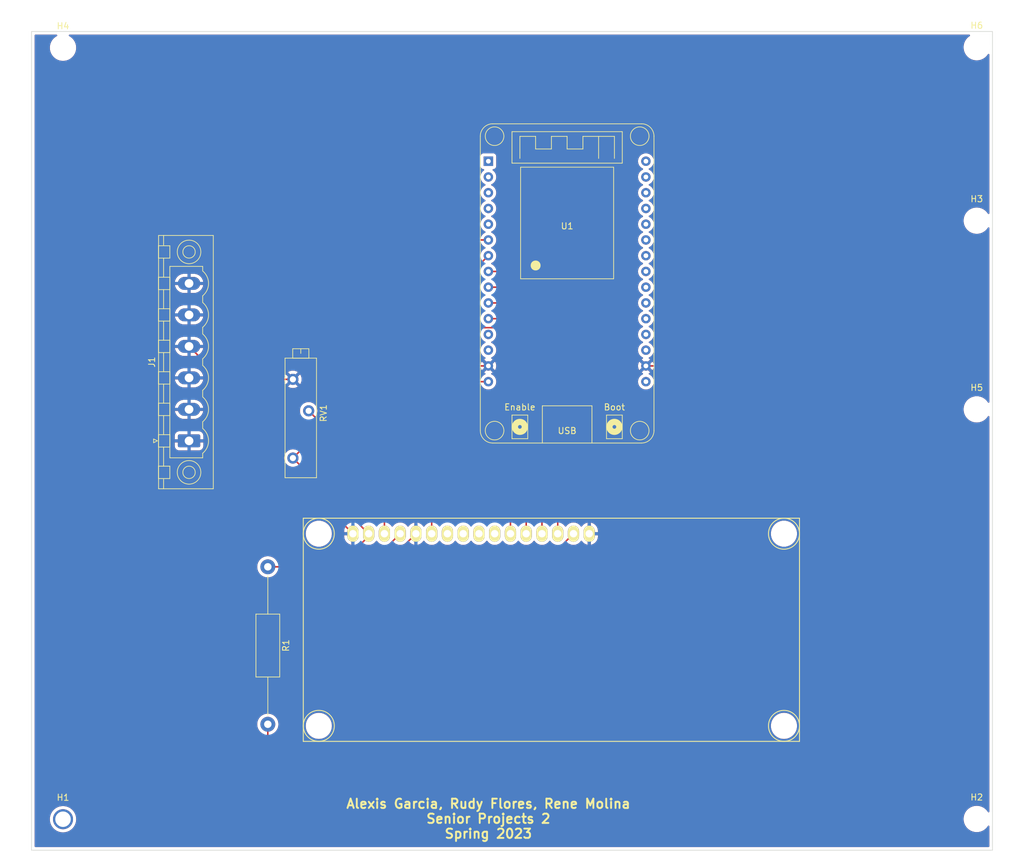
<source format=kicad_pcb>
(kicad_pcb (version 20211014) (generator pcbnew)
  (layers (0 "F.Cu" signal) (31 "B.Cu" signal) (34 "B.Paste" user) (35 "F.Paste" user) (36 "B.SilkS" user "B.Silkscreen") (37 "F.SilkS" user "F.Silkscreen") (38 "B.Mask" user) (39 "F.Mask" user) (44 "Edge.Cuts" user))
  (net 0 "")
  (net 1 "D34")
  (net 2 "VIN")
  (net 3 "D35")
  (net 4 "D32")
  (net 5 "D33")
  (net 6 "D25")
  (net 7 "D26")
  (net 8 "D27")
  (net 9 "D14")
  (net 10 "GND")
  (net 11 "D23")
  (net 12 "D22")
  (net 13 "D21")
  (net 14 "D19")
  (net 15 "D18")
  (net 17 "EN")
  (net 18 "VP")
  (net 19 "VN")
  (net 20 "D12")
  (net 21 "TX2")
  (net 22 "RX2")
  (net 23 "D13")
  (net 24 "D15")
  (net 25 "3V3")
  (net 26 "D2")
  (net 27 "D4")
  (net 28 "Net-(J2-Pad15)")
  (net 29 "D5")
  (net 30 "RX0")
  (net 32 "TX0")
  (net 35 "Net-(J2-Pad3)")
  (footprint "Potentiometer_THT:Potentiometer_Bourns_3006P_Horizontal" (layer "F.Cu") (at 72.625 94.215 -90)
    (fp_text reference "RV1" (at -7.235 -4.935 90) (layer "F.SilkS"))
    (fp_text value "R_Potentiometer_Trim")
    (fp_line (start -17.64 0.03) (end -16.121 0.03) (layer "F.SilkS") (width 0.12))
    (fp_line (start -16.12 -3.805) (end 3.17 -3.805) (layer "F.SilkS") (width 0.12))
    (fp_line (start -17.64 -2.569) (end -17.64 0.03) (layer "F.SilkS") (width 0.12))
    (fp_line (start -16.121 -2.569) (end -16.121 0.03) (layer "F.SilkS") (width 0.12))
    (fp_line (start -17.64 -2.569) (end -16.121 -2.569) (layer "F.SilkS") (width 0.12))
    (fp_line (start -16.12 -3.805) (end -16.12 1.265) (layer "F.SilkS") (width 0.12))
    (fp_line (start 3.17 -3.805) (end 3.17 1.265) (layer "F.SilkS") (width 0.12))
    (fp_line (start -17.64 -1.27) (end -16.881 -1.27) (layer "F.SilkS") (width 0.12))
    (fp_line (start -16.12 1.265) (end 3.17 1.265) (layer "F.SilkS") (width 0.12))
    (pad "1" thru_hole circle (at 0 0 270) (size 1.8 1.8) (drill 1) (layers *.Cu *.Mask) (net 2 "VIN"))
    (pad "2" thru_hole circle (at -7.62 -2.54 270) (size 1.8 1.8) (drill 1) (layers *.Cu *.Mask) (net 35 "Net-(J2-Pad3)"))
    (pad "3" thru_hole circle (at -12.7 0 270) (size 1.8 1.8) (drill 1) (layers *.Cu *.Mask) (net 10 "GND"))
  )
  (footprint "Connector_Phoenix_MSTB:PhoenixContact_MSTBV_2,5_6-GF-5,08_1x06_P5.08mm_Vertical_ThreadedFlange" (layer "F.Cu") (at 55.88 91.44 90)
    (fp_text reference "J1" (at 12.7 -6 90) (layer "F.SilkS"))
    (fp_text value "Screw_Terminal_01x06")
    (fp_line (start -4.08 -3.1) (end -6.08 -3.1) (layer "F.SilkS") (width 0.12))
    (fp_line (start 6.08 -4.1) (end 9.16 -4.1) (layer "F.SilkS") (width 0.12))
    (fp_line (start -4.08 -4.91) (end -4.08 -3.1) (layer "F.SilkS") (width 0.12))
    (fp_line (start 7.08 2.2) (end 8.16 2.2) (layer "F.SilkS") (width 0.12))
    (fp_line (start -1 -3.1) (end -1 -4.91) (layer "F.SilkS") (width 0.12))
    (fp_line (start 28.14 2.2) (end 27.4 2.2) (layer "F.SilkS") (width 0.12))
    (fp_line (start 26.4 -3.1) (end 24.4 -3.1) (layer "F.SilkS") (width 0.12))
    (fp_line (start -4.08 -4.1) (end -1 -4.1) (layer "F.SilkS") (width 0.12))
    (fp_line (start -1 -4.91) (end 1 -4.91) (layer "F.SilkS") (width 0.12))
    (fp_line (start 26.4 -4.1) (end 29.48 -4.1) (layer "F.SilkS") (width 0.12))
    (fp_line (start 14.24 -3.1) (end 14.24 -4.91) (layer "F.SilkS") (width 0.12))
    (fp_line (start 33.13 3.91) (end 33.13 -4.91) (layer "F.SilkS") (width 0.12))
    (fp_line (start 1 -4.91) (end 1 -3.1) (layer "F.SilkS") (width 0.12))
    (fp_line (start -2.74 -3.1) (end 28.14 -3.1) (layer "F.SilkS") (width 0.12))
    (fp_line (start 2 2.2) (end 3.08 2.2) (layer "F.SilkS") (width 0.12))
    (fp_line (start -7.73 3.91) (end 33.13 3.91) (layer "F.SilkS") (width 0.12))
    (fp_line (start 29.48 -3.1) (end 29.48 -4.91) (layer "F.SilkS") (width 0.12))
    (fp_line (start 24.4 -4.91) (end 26.4 -4.91) (layer "F.SilkS") (width 0.12))
    (fp_line (start -6.08 -4.91) (end -4.08 -4.91) (layer "F.SilkS") (width 0.12))
    (fp_line (start 12.16 2.2) (end 13.24 2.2) (layer "F.SilkS") (width 0.12))
    (fp_line (start -7.73 -4.91) (end -7.73 3.91) (layer "F.SilkS") (width 0.12))
    (fp_line (start 28.14 -3.1) (end 28.14 2.2) (layer "F.SilkS") (width 0.12))
    (fp_line (start 17.24 2.2) (end 18.32 2.2) (layer "F.SilkS") (width 0.12))
    (fp_line (start 9.16 -3.1) (end 9.16 -4.91) (layer "F.SilkS") (width 0.12))
    (fp_line (start 11.16 -4.91) (end 11.16 -3.1) (layer "F.SilkS") (width 0.12))
    (fp_line (start 6.08 -4.91) (end 6.08 -3.1) (layer "F.SilkS") (width 0.12))
    (fp_line (start 1 -4.1) (end 4.08 -4.1) (layer "F.SilkS") (width 0.12))
    (fp_line (start 33.13 -4.91) (end -7.73 -4.91) (layer "F.SilkS") (width 0.12))
    (fp_line (start 22.32 2.2) (end 23.4 2.2) (layer "F.SilkS") (width 0.12))
    (fp_line (start 11.16 -4.1) (end 14.24 -4.1) (layer "F.SilkS") (width 0.12))
    (fp_line (start 16.24 -4.1) (end 19.32 -4.1) (layer "F.SilkS") (width 0.12))
    (fp_line (start 16.24 -4.91) (end 16.24 -3.1) (layer "F.SilkS") (width 0.12))
    (fp_line (start 4.08 -3.1) (end 4.08 -4.91) (layer "F.SilkS") (width 0.12))
    (fp_line (start 16.24 -3.1) (end 14.24 -3.1) (layer "F.SilkS") (width 0.12))
    (fp_line (start 19.32 -3.1) (end 19.32 -4.91) (layer "F.SilkS") (width 0.12))
    (fp_line (start 11.16 -3.1) (end 9.16 -3.1) (layer "F.SilkS") (width 0.12))
    (fp_line (start 29.48 -4.91) (end 31.48 -4.91) (layer "F.SilkS") (width 0.12))
    (fp_line (start 24.4 -3.1) (end 24.4 -4.91) (layer "F.SilkS") (width 0.12))
    (fp_line (start -0.3 -5.71) (end 0.3 -5.71) (layer "F.SilkS") (width 0.12))
    (fp_line (start 19.32 -4.91) (end 21.32 -4.91) (layer "F.SilkS") (width 0.12))
    (fp_line (start 0.3 -5.71) (end 0 -5.11) (layer "F.SilkS") (width 0.12))
    (fp_line (start -2.74 2.2) (end -2.74 -3.1) (layer "F.SilkS") (width 0.12))
    (fp_line (start -7.73 -4.1) (end -6.19 -4.1) (layer "F.SilkS") (width 0.12))
    (fp_line (start 31.48 -4.91) (end 31.48 -3.1) (layer "F.SilkS") (width 0.12))
    (fp_line (start 0 -5.11) (end -0.3 -5.71) (layer "F.SilkS") (width 0.12))
    (fp_line (start 26.4 -4.91) (end 26.4 -3.1) (layer "F.SilkS") (width 0.12))
    (fp_line (start -6.08 -3.1) (end -6.08 -4.91) (layer "F.SilkS") (width 0.12))
    (fp_line (start 21.32 -4.1) (end 24.4 -4.1) (layer "F.SilkS") (width 0.12))
    (fp_line (start 21.32 -4.91) (end 21.32 -3.1) (layer "F.SilkS") (width 0.12))
    (fp_line (start 33.13 -4.1) (end 31.59 -4.1) (layer "F.SilkS") (width 0.12))
    (fp_line (start 31.48 -3.1) (end 29.48 -3.1) (layer "F.SilkS") (width 0.12))
    (fp_line (start 4.08 -4.91) (end 6.08 -4.91) (layer "F.SilkS") (width 0.12))
    (fp_line (start 14.24 -4.91) (end 16.24 -4.91) (layer "F.SilkS") (width 0.12))
    (fp_line (start -2 2.2) (end -2.74 2.2) (layer "F.SilkS") (width 0.12))
    (fp_line (start 9.16 -4.91) (end 11.16 -4.91) (layer "F.SilkS") (width 0.12))
    (fp_line (start 6.08 -3.1) (end 4.08 -3.1) (layer "F.SilkS") (width 0.12))
    (fp_line (start 21.32 -3.1) (end 19.32 -3.1) (layer "F.SilkS") (width 0.12))
    (fp_line (start 1 -3.1) (end -1 -3.1) (layer "F.SilkS") (width 0.12))
    (fp_arc (start 22.306842 2.215821) (mid 20.309711 3.142758) (end 18.32 2.2) (layer "F.SilkS") (width 0.12))
    (fp_arc (start 17.226842 2.215821) (mid 15.229711 3.142758) (end 13.24 2.2) (layer "F.SilkS") (width 0.12))
    (fp_arc (start 12.146842 2.215821) (mid 10.149711 3.142758) (end 8.16 2.2) (layer "F.SilkS") (width 0.12))
    (fp_arc (start 27.386842 2.215821) (mid 25.389711 3.142758) (end 23.4 2.2) (layer "F.SilkS") (width 0.12))
    (fp_arc (start 1.986842 2.215821) (mid -0.010289 3.142758) (end -2 2.2) (layer "F.SilkS") (width 0.12))
    (fp_arc (start 7.066842 2.215821) (mid 5.069711 3.142758) (end 3.08 2.2) (layer "F.SilkS") (width 0.12))
    (fp_circle (center 30.48 0) (end 32.38 0) (layer "F.SilkS") (width 0.12) (fill none))
    (fp_circle (center 30.48 0) (end 31.48 0) (layer "F.SilkS") (width 0.12) (fill none))
    (fp_circle (center -5.08 0) (end -4.08 0) (layer "F.SilkS") (width 0.12) (fill none))
    (fp_circle (center -5.08 0) (end -3.18 0) (layer "F.SilkS") (width 0.12) (fill none))
    (pad "1" thru_hole roundrect (at 0 0 90) (size 2.08 3.6) (drill 1.4) (layers *.Cu *.Mask) (roundrect_rratio 0.1201918269) (net 10 "GND"))
    (pad "2" thru_hole oval (at 5.08 0 90) (size 2.08 3.6) (drill 1.4) (layers *.Cu *.Mask) (net 10 "GND"))
    (pad "3" thru_hole oval (at 10.16 0 90) (size 2.08 3.6) (drill 1.4) (layers *.Cu *.Mask) (net 10 "GND"))
    (pad "4" thru_hole oval (at 15.24 0 90) (size 2.08 3.6) (drill 1.4) (layers *.Cu *.Mask) (net 10 "GND"))
    (pad "5" thru_hole oval (at 20.32 0 90) (size 2.08 3.6) (drill 1.4) (layers *.Cu *.Mask) (net 10 "GND"))
    (pad "6" thru_hole oval (at 25.4 0 90) (size 2.08 3.6) (drill 1.4) (layers *.Cu *.Mask) (net 10 "GND"))
  )
  (footprint "MountingHole:MountingHole_2.5mm" (layer "F.Cu") (at 182.88 86.36)
    (fp_text reference "H5" (at 0 -3.5) (layer "F.SilkS"))
    (fp_text value "MountingHole")
    (pad "" np_thru_hole circle (at 0 0) (size 3.23 3.23) (drill 3.23) (layers F&B.Cu *.Mask))
  )
  (footprint "MountingHole:MountingHole_2.5mm" (layer "F.Cu") (at 182.88 55.92)
    (fp_text reference "H3" (at 0 -3.5) (layer "F.SilkS"))
    (fp_text value "MountingHole")
    (pad "" np_thru_hole circle (at 0 0) (size 3.23 3.23) (drill 3.23) (layers F&B.Cu *.Mask))
  )
  (footprint "Wickerlib:LCD-1602A" (layer "F.Cu") (at 82.30108 106.41838)
    (fp_text reference "J2")
    (fp_text value "LCD-MODULE-16X2-CHARACTER-1602A-FEMALE-HEADER" hide)
    (fp_line (start 71.99884 -2.49936) (end 71.99884 33.50006) (layer "F.SilkS") (width 0.15))
    (fp_line (start 71.99884 33.50006) (end -8.001 33.50006) (layer "F.SilkS") (width 0.15))
    (fp_line (start -8.001 33.50006) (end -8.001 -2.49936) (layer "F.SilkS") (width 0.15))
    (fp_line (start -8.001 -2.49936) (end 71.99884 -2.49936) (layer "F.SilkS") (width 0.15))
    (fp_circle (center 69.49948 31.0007) (end 71.99884 31.0007) (layer "F.SilkS") (width 0.15) (fill none))
    (fp_circle (center -5.4991 31.0007) (end -8.001 31.0007) (layer "F.SilkS") (width 0.15) (fill none))
    (fp_circle (center 69.49948 0) (end 71.99884 0) (layer "F.SilkS") (width 0.15) (fill none))
    (fp_circle (center -5.4991 0) (end -2.99974 0) (layer "F.SilkS") (width 0.15) (fill none))
    (pad "" np_thru_hole circle locked (at -5.4991 31.0007) (size 3.2 3.2) (drill 3.2) (layers *.Cu))
    (pad "" np_thru_hole circle locked (at 69.49948 31.0007) (size 3.2 3.2) (drill 3.2) (layers *.Cu))
    (pad "" np_thru_hole circle locked (at 69.49948 0) (size 3.2 3.2) (drill 3.2) (layers *.Cu))
    (pad "" np_thru_hole circle locked (at -5.4991 0) (size 3.2 3.2) (drill 3.2) (layers *.Cu))
    (pad "1" thru_hole oval locked (at 0 0) (size 1.8 2.6) (drill 1.2) (layers *.Cu *.Mask "F.SilkS") (net 10 "GND"))
    (pad "2" thru_hole oval locked (at 2.54 0) (size 1.8 2.6) (drill 1.2) (layers *.Cu *.Mask "F.SilkS") (net 2 "VIN"))
    (pad "3" thru_hole oval locked (at 5.08 0) (size 1.8 2.6) (drill 1.2) (layers *.Cu *.Mask "F.SilkS") (net 35 "Net-(J2-Pad3)"))
    (pad "4" thru_hole oval locked (at 7.62 0) (size 1.8 2.6) (drill 1.2) (layers *.Cu *.Mask "F.SilkS") (net 4 "D32"))
    (pad "5" thru_hole oval locked (at 10.16 0) (size 1.8 2.6) (drill 1.2) (layers *.Cu *.Mask "F.SilkS") (net 10 "GND"))
    (pad "6" thru_hole oval locked (at 12.7 0) (size 1.8 2.6) (drill 1.2) (layers *.Cu *.Mask "F.SilkS") (net 5 "D33"))
    (pad "7" thru_hole oval locked (at 15.24 0) (size 1.8 2.6) (drill 1.2) (layers *.Cu *.Mask "F.SilkS"))
    (pad "8" thru_hole oval locked (at 17.78 0) (size 1.8 2.6) (drill 1.2) (layers *.Cu *.Mask "F.SilkS"))
    (pad "9" thru_hole oval locked (at 20.32 0) (size 1.8 2.6) (drill 1.2) (layers *.Cu *.Mask "F.SilkS"))
    (pad "10" thru_hole oval locked (at 22.86 0) (size 1.8 2.6) (drill 1.2) (layers *.Cu *.Mask "F.SilkS"))
    (pad "11" thru_hole oval locked (at 25.4 0) (size 1.8 2.6) (drill 1.2) (layers *.Cu *.Mask "F.SilkS") (net 9 "D14"))
    (pad "12" thru_hole oval locked (at 27.94 0) (size 1.8 2.6) (drill 1.2) (layers *.Cu *.Mask "F.SilkS") (net 8 "D27"))
    (pad "13" thru_hole oval locked (at 30.48 0) (size 1.8 2.6) (drill 1.2) (layers *.Cu *.Mask "F.SilkS") (net 7 "D26"))
    (pad "14" thru_hole oval locked (at 33.02 0) (size 1.8 2.6) (drill 1.2) (layers *.Cu *.Mask "F.SilkS") (net 6 "D25"))
    (pad "15" thru_hole oval locked (at 35.56 0) (size 1.8 2.6) (drill 1.2) (layers *.Cu *.Mask "F.SilkS") (net 28 "Net-(J2-Pad15)"))
    (pad "16" thru_hole oval locked (at 38.1 0) (size 1.8 2.6) (drill 1.2) (layers *.Cu *.Mask "F.SilkS") (net 10 "GND"))
  )
  (footprint "MountingHole:MountingHole_2.5mm" (layer "F.Cu") (at 35.56 152.48)
    (fp_text reference "H1" (at 0 -3.5) (layer "F.SilkS"))
    (fp_text value "MountingHole")
    (pad "" np_thru_hole circle (at 0 0) (size 3.23 3.23) (drill 2.5) (layers F&B.Cu *.Mask))
  )
  (footprint "esp32_patreon:esp32_devkit_v1_doit" (layer "F.Cu") (at 116.84 46.33)
    (fp_text reference "U1" (at 0 10.47) (layer "F.SilkS"))
    (fp_text value "ESP32_DevKit_V1_DOIT")
    (fp_text user "Boot" (at 7.62 39.68) (layer "F.SilkS"))
    (fp_text user "USB" (at 0 43.49) (layer "F.SilkS"))
    (fp_text user "Enable" (at -7.62 39.68) (layer "F.SilkS"))
    (fp_line (start 7.5 18.96) (end -7.5 18.96) (layer "F.SilkS") (width 0.12))
    (fp_line (start 0 -4.008) (end 0 -1.976) (layer "F.SilkS") (width 0.12))
    (fp_line (start -7.5 18.96) (end -7.5 0.96) (layer "F.SilkS") (width 0.12))
    (fp_line (start -8.89 0.31) (end -8.89 -4.77) (layer "F.SilkS") (width 0.12))
    (fp_line (start -6.35 40.95) (end -6.35 44.76) (layer "F.SilkS") (width 0.12))
    (fp_line (start 2.54 -4.008) (end 7.62 -4.008) (layer "F.SilkS") (width 0.12))
    (fp_line (start 5.08 -4.008) (end 5.08 -0.452) (layer "F.SilkS") (width 0.12))
    (fp_line (start 0 -1.976) (end 2.54 -1.976) (layer "F.SilkS") (width 0.12))
    (fp_line (start 14 43.46) (end 14 -4.04) (layer "F.SilkS") (width 0.12))
    (fp_line (start -8.89 40.95) (end -6.35 40.95) (layer "F.SilkS") (width 0.12))
    (fp_line (start -5.08 -1.976) (end -2.54 -1.976) (layer "F.SilkS") (width 0.12))
    (fp_line (start 6.35 44.76) (end 6.35 40.95) (layer "F.SilkS") (width 0.12))
    (fp_line (start -2.54 -4.008) (end 0 -4.008) (layer "F.SilkS") (width 0.12))
    (fp_line (start -4 39.46) (end 4 39.46) (layer "F.SilkS") (width 0.12))
    (fp_line (start -6.35 44.76) (end -8.89 44.76) (layer "F.SilkS") (width 0.12))
    (fp_line (start -12 -6.04) (end 12 -6.04) (layer "F.SilkS") (width 0.12))
    (fp_line (start -4 39.46) (end -4 45.46) (layer "F.SilkS") (width 0.12))
    (fp_line (start -7.62 -0.452) (end -7.62 -4.008) (layer "F.SilkS") (width 0.12))
    (fp_line (start 7.62 -4.008) (end 7.62 -0.452) (layer "F.SilkS") (width 0.12))
    (fp_line (start -8.89 44.76) (end -8.89 40.95) (layer "F.SilkS") (width 0.12))
    (fp_line (start 8.89 40.95) (end 8.89 44.76) (layer "F.SilkS") (width 0.12))
    (fp_line (start -12 45.46) (end 12 45.46) (layer "F.SilkS") (width 0.12))
    (fp_line (start -7.62 -4.008) (end -5.08 -4.008) (layer "F.SilkS") (width 0.12))
    (fp_line (start -7.5 0.96) (end 7.5 0.96) (layer "F.SilkS") (width 0.12))
    (fp_line (start -14 -4.04) (end -14 43.46) (layer "F.SilkS") (width 0.12))
    (fp_line (start 8.89 -4.77) (end 8.89 0.31) (layer "F.SilkS") (width 0.12))
    (fp_line (start -8.89 -4.77) (end 8.89 -4.77) (layer "F.SilkS") (width 0.12))
    (fp_line (start 6.35 40.95) (end 8.89 40.95) (layer "F.SilkS") (width 0.12))
    (fp_line (start 8.89 44.76) (end 6.35 44.76) (layer "F.SilkS") (width 0.12))
    (fp_line (start -2.54 -1.976) (end -2.54 -4.008) (layer "F.SilkS") (width 0.12))
    (fp_line (start -5.08 -4.008) (end -5.08 -1.976) (layer "F.SilkS") (width 0.12))
    (fp_line (start 4 39.46) (end 4 45.46) (layer "F.SilkS") (width 0.12))
    (fp_line (start 7.5 0.96) (end 7.5 18.96) (layer "F.SilkS") (width 0.12))
    (fp_line (start 2.54 -1.976) (end 2.54 -4.008) (layer "F.SilkS") (width 0.12))
    (fp_line (start 8.89 0.31) (end -8.89 0.31) (layer "F.SilkS") (width 0.12))
    (fp_arc (start -14 -4.04) (mid -13.414214 -5.454214) (end -12 -6.04) (layer "F.SilkS") (width 0.12))
    (fp_arc (start -12 45.46) (mid -13.414214 44.874214) (end -14 43.46) (layer "F.SilkS") (width 0.12))
    (fp_arc (start 12 -6.04) (mid 13.414214 -5.454214) (end 14 -4.04) (layer "F.SilkS") (width 0.12))
    (fp_arc (start 14 43.46) (mid 13.414214 44.874214) (end 12 45.46) (layer "F.SilkS") (width 0.12))
    (fp_circle (center 11.7 -4.04) (end 13.2 -4.04) (layer "F.SilkS") (width 0.12) (fill none))
    (fp_circle (center -7.62 42.855) (end -7.32 42.855) (layer "F.SilkS") (width 1) (fill none))
    (fp_circle (center -11.7 -4.04) (end -10.2 -4.04) (layer "F.SilkS") (width 0.12) (fill none))
    (fp_circle (center 11.7 43.46) (end 13.2 43.46) (layer "F.SilkS") (width 0.12) (fill none))
    (fp_circle (center -5.08 16.82) (end -4.68 16.82) (layer "F.SilkS") (width 0.8) (fill none))
    (fp_circle (center 7.62 42.855) (end 7.92 42.855) (layer "F.SilkS") (width 1) (fill none))
    (fp_circle (center -11.7 43.46) (end -10.2 43.46) (layer "F.SilkS") (width 0.12) (fill none))
    (pad "1" thru_hole rect locked (at -12.7 0) (size 1.524 1.524) (drill 0.762) (layers *.Cu *.Mask) (net 17 "EN"))
    (pad "2" thru_hole circle locked (at -12.7 2.54) (size 1.524 1.524) (drill 0.762) (layers *.Cu *.Mask) (net 18 "VP"))
    (pad "3" thru_hole circle locked (at -12.7 5.08) (size 1.524 1.524) (drill 0.762) (layers *.Cu *.Mask) (net 19 "VN"))
    (pad "4" thru_hole circle locked (at -12.7 7.62) (size 1.524 1.524) (drill 0.762) (layers *.Cu *.Mask) (net 1 "D34"))
    (pad "5" thru_hole circle locked (at -12.7 10.16) (size 1.524 1.524) (drill 0.762) (layers *.Cu *.Mask) (net 3 "D35"))
    (pad "6" thru_hole circle locked (at -12.7 12.7) (size 1.524 1.524) (drill 0.762) (layers *.Cu *.Mask) (net 4 "D32"))
    (pad "7" thru_hole circle locked (at -12.7 15.24) (size 1.524 1.524) (drill 0.762) (layers *.Cu *.Mask) (net 5 "D33"))
    (pad "8" thru_hole circle locked (at -12.7 17.78) (size 1.524 1.524) (drill 0.762) (layers *.Cu *.Mask) (net 6 "D25"))
    (pad "9" thru_hole circle locked (at -12.7 20.32) (size 1.524 1.524) (drill 0.762) (layers *.Cu *.Mask) (net 7 "D26"))
    (pad "10" thru_hole circle locked (at -12.7 22.86) (size 1.524 1.524) (drill 0.762) (layers *.Cu *.Mask) (net 8 "D27"))
    (pad "11" thru_hole circle locked (at -12.7 25.4) (size 1.524 1.524) (drill 0.762) (layers *.Cu *.Mask) (net 9 "D14"))
    (pad "12" thru_hole circle locked (at -12.7 27.94) (size 1.524 1.524) (drill 0.762) (layers *.Cu *.Mask) (net 20 "D12"))
    (pad "13" thru_hole circle locked (at -12.7 30.48) (size 1.524 1.524) (drill 0.762) (layers *.Cu *.Mask) (net 23 "D13"))
    (pad "14" thru_hole circle locked (at -12.7 33.02) (size 1.524 1.524) (drill 0.762) (layers *.Cu *.Mask) (net 10 "GND"))
    (pad "15" thru_hole circle locked (at -12.7 35.56) (size 1.524 1.524) (drill 0.762) (layers *.Cu *.Mask) (net 2 "VIN"))
    (pad "16" thru_hole circle locked (at 12.7 35.56) (size 1.524 1.524) (drill 0.762) (layers *.Cu *.Mask) (net 25 "3V3"))
    (pad "17" thru_hole circle locked (at 12.7 33.02) (size 1.524 1.524) (drill 0.762) (layers *.Cu *.Mask) (net 10 "GND"))
    (pad "18" thru_hole circle locked (at 12.7 30.48) (size 1.524 1.524) (drill 0.762) (layers *.Cu *.Mask) (net 24 "D15"))
    (pad "19" thru_hole circle locked (at 12.7 27.94) (size 1.524 1.524) (drill 0.762) (layers *.Cu *.Mask) (net 26 "D2"))
    (pad "20" thru_hole circle locked (at 12.7 25.4) (size 1.524 1.524) (drill 0.762) (layers *.Cu *.Mask) (net 27 "D4"))
    (pad "21" thru_hole circle locked (at 12.7 22.86) (size 1.524 1.524) (drill 0.762) (layers *.Cu *.Mask) (net 22 "RX2"))
    (pad "22" thru_hole circle locked (at 12.7 20.32) (size 1.524 1.524) (drill 0.762) (layers *.Cu *.Mask) (net 21 "TX2"))
    (pad "23" thru_hole circle locked (at 12.7 17.78) (size 1.524 1.524) (drill 0.762) (layers *.Cu *.Mask) (net 29 "D5"))
    (pad "24" thru_hole circle locked (at 12.7 15.24) (size 1.524 1.524) (drill 0.762) (layers *.Cu *.Mask) (net 15 "D18"))
    (pad "25" thru_hole circle locked (at 12.7 12.7) (size 1.524 1.524) (drill 0.762) (layers *.Cu *.Mask) (net 14 "D19"))
    (pad "26" thru_hole circle locked (at 12.7 10.16) (size 1.524 1.524) (drill 0.762) (layers *.Cu *.Mask) (net 13 "D21"))
    (pad "27" thru_hole circle locked (at 12.7 7.62) (size 1.524 1.524) (drill 0.762) (layers *.Cu *.Mask) (net 30 "RX0"))
    (pad "28" thru_hole circle locked (at 12.7 5.08) (size 1.524 1.524) (drill 0.762) (layers *.Cu *.Mask) (net 32 "TX0"))
    (pad "29" thru_hole circle locked (at 12.7 2.54) (size 1.524 1.524) (drill 0.762) (layers *.Cu *.Mask) (net 12 "D22"))
    (pad "30" thru_hole circle locked (at 12.7 0) (size 1.524 1.524) (drill 0.762) (layers *.Cu *.Mask) (net 11 "D23"))
  )
  (footprint "Resistor_THT:R_Axial_DIN0411_L9.9mm_D3.6mm_P25.40mm_Horizontal" (layer "F.Cu") (at 68.58 111.76 -90)
    (fp_text reference "R1" (at 12.7 -2.92 90) (layer "F.SilkS"))
    (fp_text value "R")
    (fp_line (start 1.44 0) (end 7.63 0) (layer "F.SilkS") (width 0.12))
    (fp_line (start 23.96 0) (end 17.77 0) (layer "F.SilkS") (width 0.12))
    (fp_line (start 17.77 1.92) (end 17.77 -1.92) (layer "F.SilkS") (width 0.12))
    (fp_line (start 7.63 1.92) (end 17.77 1.92) (layer "F.SilkS") (width 0.12))
    (fp_line (start 7.63 -1.92) (end 7.63 1.92) (layer "F.SilkS") (width 0.12))
    (fp_line (start 17.77 -1.92) (end 7.63 -1.92) (layer "F.SilkS") (width 0.12))
    (pad "1" thru_hole circle (at 0 0 270) (size 2.4 2.4) (drill 1.2) (layers *.Cu *.Mask) (net 2 "VIN"))
    (pad "2" thru_hole oval (at 25.4 0 270) (size 2.4 2.4) (drill 1.2) (layers *.Cu *.Mask) (net 28 "Net-(J2-Pad15)"))
  )
  (footprint "MountingHole:MountingHole_2.5mm" (layer "F.Cu") (at 182.88 152.44)
    (fp_text reference "H2" (at 0 -3.5) (layer "F.SilkS"))
    (fp_text value "MountingHole")
    (pad "" np_thru_hole circle (at 0 0) (size 3.23 3.23) (drill 3.23) (layers F&B.Cu *.Mask))
  )
  (footprint "MountingHole:MountingHole_2.5mm" (layer "F.Cu") (at 35.56 28.02)
    (fp_text reference "H4" (at 0 -3.5) (layer "F.SilkS"))
    (fp_text value "MountingHole")
    (pad "" np_thru_hole circle (at 0 0) (size 3.23 3.23) (drill 3.23) (layers F&B.Cu *.Mask))
  )
  (footprint "MountingHole:MountingHole_2.5mm" (layer "F.Cu") (at 182.88 27.94)
    (fp_text reference "H6" (at 0 -3.5) (layer "F.SilkS"))
    (fp_text value "MountingHole")
    (pad "" np_thru_hole circle (at 0 0) (size 3.23 3.23) (drill 3.23) (layers F&B.Cu *.Mask))
  )
  (gr_rect (start 185.42 25.4) (end 30.48 157.48) (layer "Edge.Cuts") (width 0.1) (fill none))
  (gr_text "Alexis Garcia, Rudy Flores, Rene Molina\nSenior Projects 2\nSpring 2023\n" (at 104.14 152.4) (layer "F.SilkS") (effects (font (size 1.5 1.5) (thickness 0.3))))
  (segment (start 84.84108 106.41838) (end 84.84108 106.81838) (width 0.25) (layer "F.Cu") (net 2))
  (segment (start 75.59 81.89) (end 104.14 81.89) (width 0.25) (layer "F.Cu") (net 2))
  (segment (start 84.84108 106.41838) (end 84.82838 106.41838) (width 0.25) (layer "F.Cu") (net 2))
  (segment (start 84.84108 106.81838) (end 79.89946 111.76) (width 0.25) (layer "F.Cu") (net 2))
  (segment (start 73.66 83.82) (end 75.59 81.89) (width 0.25) (layer "F.Cu") (net 2))
  (segment (start 79.89946 111.76) (end 68.58 111.76) (width 0.25) (layer "F.Cu") (net 2))
  (segment (start 73.66 93.18) (end 73.66 83.82) (width 0.25) (layer "F.Cu") (net 2))
  (segment (start 72.625 94.215) (end 73.66 93.18) (width 0.25) (layer "F.Cu") (net 2))
  (segment (start 84.82838 106.41838) (end 72.625 94.215) (width 0.25) (layer "F.Cu") (net 2))
  (segment (start 79.49946 116.84) (end 43.18 116.84) (width 0.25) (layer "F.Cu") (net 4))
  (segment (start 48.26 48.26) (end 59.03 59.03) (width 0.25) (layer "F.Cu") (net 4))
  (segment (start 43.18 116.84) (end 43.18 53.34) (width 0.25) (layer "F.Cu") (net 4))
  (segment (start 43.18 53.34) (end 48.26 48.26) (width 0.25) (layer "F.Cu") (net 4))
  (segment (start 89.92108 106.41838) (end 79.49946 116.84) (width 0.25) (layer "F.Cu") (net 4))
  (segment (start 59.03 59.03) (end 104.14 59.03) (width 0.25) (layer "F.Cu") (net 4))
  (segment (start 96.52 76.2) (end 96.52 69.19) (width 0.25) (layer "F.Cu") (net 5))
  (segment (start 95.00108 106.41838) (end 95.00108 95.49892) (width 0.25) (layer "F.Cu") (net 5))
  (segment (start 99.537 73.183) (end 96.52 76.2) (width 0.25) (layer "F.Cu") (net 5))
  (segment (start 95.00108 95.49892) (end 106.68 83.82) (width 0.25) (layer "F.Cu") (net 5))
  (segment (start 106.68 73.66) (end 106.203 73.183) (width 0.25) (layer "F.Cu") (net 5))
  (segment (start 96.52 69.19) (end 104.14 61.57) (width 0.25) (layer "F.Cu") (net 5))
  (segment (start 106.203 73.183) (end 99.537 73.183) (width 0.25) (layer "F.Cu") (net 5))
  (segment (start 106.68 83.82) (end 106.68 73.66) (width 0.25) (layer "F.Cu") (net 5))
  (segment (start 115.32108 106.41838) (end 115.32108 64.52108) (width 0.25) (layer "F.Cu") (net 6))
  (segment (start 115.32108 64.52108) (end 114.3 63.5) (width 0.25) (layer "F.Cu") (net 6))
  (segment (start 114.3 63.5) (end 113.69 64.11) (width 0.25) (layer "F.Cu") (net 6))
  (segment (start 113.69 64.11) (end 104.14 64.11) (width 0.25) (layer "F.Cu") (net 6))
  (segment (start 113.69 66.65) (end 104.14 66.65) (width 0.25) (layer "F.Cu") (net 7))
  (segment (start 112.78108 106.41838) (end 112.78108 67.55892) (width 0.25) (layer "F.Cu") (net 7))
  (segment (start 112.78108 67.55892) (end 113.69 66.65) (width 0.25) (layer "F.Cu") (net 7))
  (segment (start 110.24108 106.41838) (end 110.24108 69.60108) (width 0.25) (layer "F.Cu") (net 8))
  (segment (start 108.61 69.19) (end 104.14 69.19) (width 0.25) (layer "F.Cu") (net 8))
  (segment (start 110.24108 69.60108) (end 109.22 68.58) (width 0.25) (layer "F.Cu") (net 8))
  (segment (start 109.22 68.58) (end 108.61 69.19) (width 0.25) (layer "F.Cu") (net 8))
  (segment (start 107.70108 106.41838) (end 107.70108 72.14108) (width 0.25) (layer "F.Cu") (net 9))
  (segment (start 106.68 71.12) (end 106.07 71.73) (width 0.25) (layer "F.Cu") (net 9))
  (segment (start 107.70108 72.14108) (end 106.68 71.12) (width 0.25) (layer "F.Cu") (net 9))
  (segment (start 106.07 71.73) (end 104.14 71.73) (width 0.25) (layer "F.Cu") (net 9))
  (segment (start 35.56 142.24) (end 35.56 48.26) (width 0.25) (layer "F.Cu") (net 10))
  (segment (start 170.18 124.46) (end 172.72 121.92) (width 0.25) (layer "F.Cu") (net 10))
  (segment (start 61.195 81.515) (end 55.88 76.2) (width 0.25) (layer "F.Cu") (net 10))
  (segment (start 55.88 91.44) (end 55.88 66.04) (width 0.25) (layer "F.Cu") (net 10))
  (segment (start 82.30108 106.41838) (end 67.3227 91.44) (width 0.25) (layer "F.Cu") (net 10))
  (segment (start 120.40108 117.86108) (end 127 124.46) (width 0.25) (layer "F.Cu") (net 10))
  (segment (start 97.13 79.35) (end 83.82 66.04) (width 0.25) (layer "F.Cu") (net 10))
  (segment (start 72.625 81.515) (end 61.195 81.515) (width 0.25) (layer "F.Cu") (net 10))
  (segment (start 142.24 79.35) (end 129.54 79.35) (width 0.25) (layer "F.Cu") (net 10))
  (segment (start 172.72 109.83) (end 142.24 79.35) (width 0.25) (layer "F.Cu") (net 10))
  (segment (start 35.56 48.26) (end 48.26 35.56) (width 0.25) (layer "F.Cu") (net 10))
  (segment (start 67.3227 91.44) (end 55.88 91.44) (width 0.25) (layer "F.Cu") (net 10))
  (segment (start 92.46108 106.41838) (end 56.63946 142.24) (width 0.25) (layer "F.Cu") (net 10))
  (segment (start 83.82 66.04) (end 55.88 66.04) (width 0.25) (layer "F.Cu") (net 10))
  (segment (start 48.26 35.56) (end 127 35.56) (width 0.25) (layer "F.Cu") (net 10))
  (segment (start 127 35.56) (end 127 76.81) (width 0.25) (layer "F.Cu") (net 10))
  (segment (start 127 124.46) (end 170.18 124.46) (width 0.25) (layer "F.Cu") (net 10))
  (segment (start 104.14 79.35) (end 97.13 79.35) (width 0.25) (layer "F.Cu") (net 10))
  (segment (start 127 76.81) (end 129.54 79.35) (width 0.25) (layer "F.Cu") (net 10))
  (segment (start 172.72 121.92) (end 172.72 109.83) (width 0.25) (layer "F.Cu") (net 10))
  (segment (start 120.40108 106.41838) (end 120.40108 117.86108) (width 0.25) (layer "F.Cu") (net 10))
  (segment (start 56.63946 142.24) (end 35.56 142.24) (width 0.25) (layer "F.Cu") (net 10))
  (segment (start 68.58 144.78) (end 68.58 137.16) (width 0.25) (layer "F.Cu") (net 28))
  (segment (start 117.86108 106.41838) (end 79.49946 144.78) (width 0.25) (layer "F.Cu") (net 28))
  (segment (start 79.49946 144.78) (end 68.58 144.78) (width 0.25) (layer "F.Cu") (net 28))
  (segment (start 87.38108 98.81108) (end 87.38108 106.41838) (width 0.25) (layer "F.Cu") (net 35))
  (segment (start 75.165 86.595) (end 87.38108 98.81108) (width 0.25) (layer "F.Cu") (net 35))
  (zone (net 10) (net_name "GND") (layer "F.Cu") (connect_pads (clearance 0.508)) (min_thickness 0.254) (fill yes (thermal_gap 0.508) (thermal_bridge_width 0.508))
    (polygon (pts (xy 187.96 160.02) (xy 27.94 160.02) (xy 27.94 22.86) (xy 187.96 22.86)))
  )
  (zone (net 0) (net_name "") (layer "F.Cu") (connect_pads (clearance 0)) (min_thickness 0.254)
    (keepout (tracks not_allowed) (vias not_allowed) (pads not_allowed) (copperpour not_allowed) (footprints allowed))
    (fill (thermal_gap 0.508) (thermal_bridge_width 0.508))
    (polygon (pts (xy 124.46 45.72) (xy 106.68 45.72) (xy 106.68 40.64) (xy 124.46 40.64)))
  )
  (zone (net 10) (net_name "GND") (layer "B.Cu") (connect_pads (clearance 0.508)) (min_thickness 0.254) (fill yes (thermal_gap 0.508) (thermal_bridge_width 0.508))
    (polygon (pts (xy 190.5 160.02) (xy 25.4 160.02) (xy 25.4 22.86) (xy 190.5 20.32)))
  )
)
</source>
